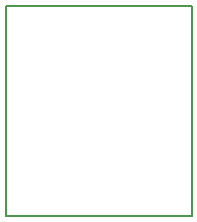
<source format=gbr>
G04 #@! TF.FileFunction,Profile,NP*
%FSLAX46Y46*%
G04 Gerber Fmt 4.6, Leading zero omitted, Abs format (unit mm)*
G04 Created by KiCad (PCBNEW 4.0.2-stable) date Monday, July 18, 2016 'PMt' 05:42:52 PM*
%MOMM*%
G01*
G04 APERTURE LIST*
%ADD10C,0.100000*%
%ADD11C,0.150000*%
G04 APERTURE END LIST*
D10*
D11*
X140208000Y-113284000D02*
X140208000Y-95504000D01*
X155956000Y-113284000D02*
X140208000Y-113284000D01*
X155956000Y-95504000D02*
X155956000Y-113284000D01*
X140208000Y-95504000D02*
X155956000Y-95504000D01*
M02*

</source>
